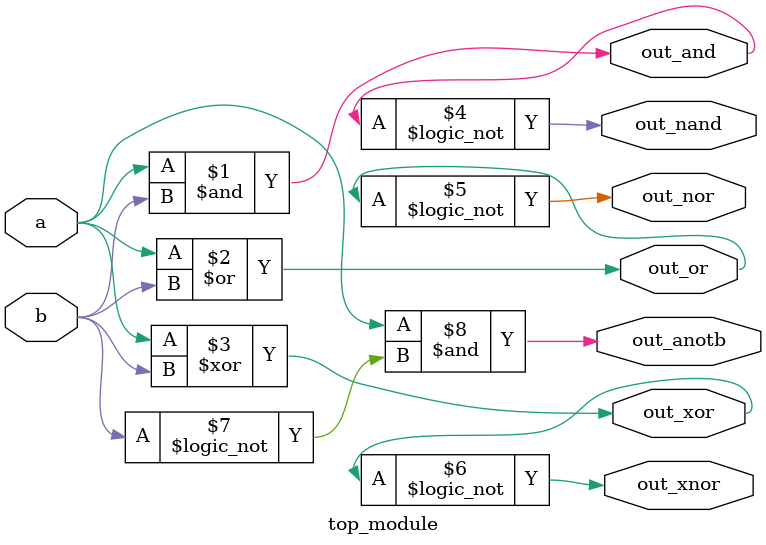
<source format=v>
module top_module( 
    input a, b,
    output out_and,
    output out_or,
    output out_xor,
    output out_nand,
    output out_nor,
    output out_xnor,
    output out_anotb
);

	assign out_and = a & b;
	assign out_or = a | b;
	assign out_xor = a ^ b;
	assign out_nand = !out_and;
	assign out_nor = !out_or;
	assign out_xnor = !out_xor;
	assign out_anotb = a & !b;

endmodule

</source>
